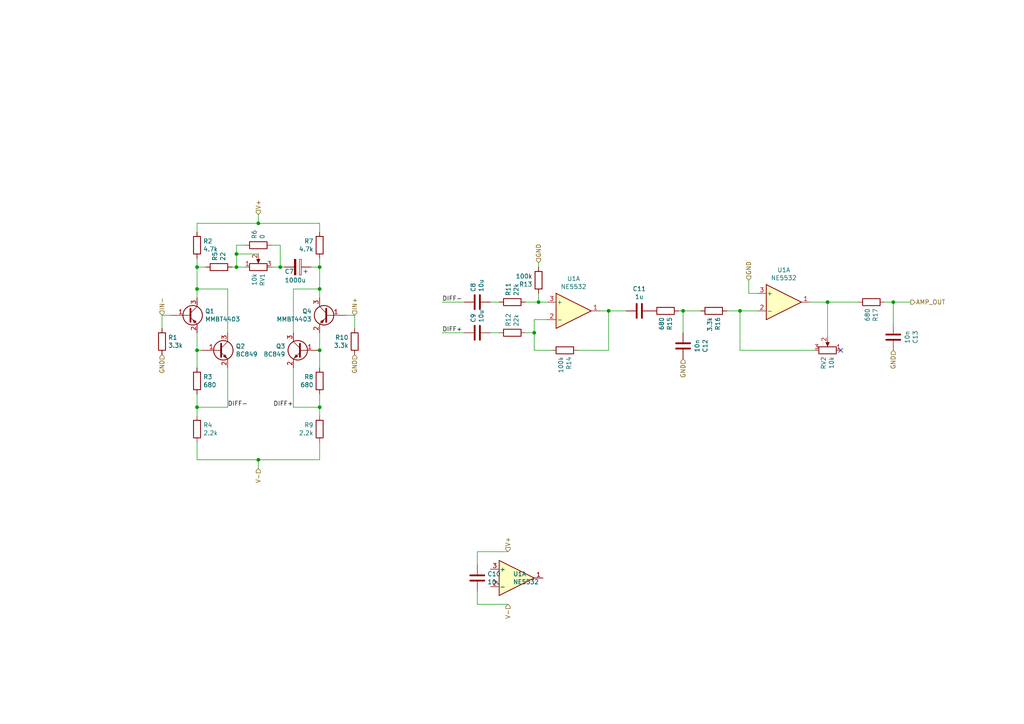
<source format=kicad_sch>
(kicad_sch (version 20211123) (generator eeschema)
  (paper "A4")
  (lib_symbols
    (symbol "Amplifier_Operational:NE5532" (pin_names (offset 0.127))
      (property "Reference" "U" (at 0 5.08 0))
      (property "Value" "NE5532" (at 0 -5.08 0))
      (symbol "NE5532_1_1"
        (polyline (pts (xy -5.08 5.08) (xy 5.08 0) (xy -5.08 -5.08) (xy -5.08 5.08)) (stroke (width 0.254)) (fill (type background)))
        (pin output line (at 7.62 0 180) (length 2.54) (name "~") (number "1"))
        (pin input line (at -7.62 -2.54 0) (length 2.54) (name "-") (number "2"))
        (pin input line (at -7.62 2.54 0) (length 2.54) (name "+") (number "3"))
      )
      (symbol "NE5532_2_1"
        (polyline (pts (xy -5.08 5.08) (xy 5.08 0) (xy -5.08 -5.08) (xy -5.08 5.08)) (stroke (width 0.254)) (fill (type background)))
        (pin input line (at -7.62 2.54 0) (length 2.54) (name "+") (number "5"))
        (pin input line (at -7.62 -2.54 0) (length 2.54) (name "-") (number "6"))
        (pin output line (at 7.62 0 180) (length 2.54) (name "~") (number "7"))
      )
      (symbol "NE5532_3_1"
        (pin power_in line (at -2.54 -7.62 90) (length 3.81) (name "V-") (number "4"))
        (pin power_in line (at -2.54 7.62 270) (length 3.81) (name "V+") (number "8"))
      )
    )
    (symbol "Device:C" (pin_numbers hide) (pin_names (offset 0.254))
      (property "Reference" "C" (at 0.635 2.54 0))
      (property "Value" "C" (at 0.635 -2.54 0))
      (symbol "C_0_1"
        (polyline (pts (xy -2.032 -0.762) (xy 2.032 -0.762)) (stroke (width 0.508)))
        (polyline (pts (xy -2.032 0.762) (xy 2.032 0.762)) (stroke (width 0.508)))
      )
      (symbol "C_1_1"
        (pin passive line (at 0 3.81 270) (length 2.794) (name "~") (number "1"))
        (pin passive line (at 0 -3.81 90) (length 2.794) (name "~") (number "2"))
      )
    )
    (symbol "Device:CP" (pin_numbers hide) (pin_names (offset 0.254))
      (property "Reference" "C" (at 0.635 2.54 0))
      (property "Value" "Device_CP" (at 0.635 -2.54 0))
      (symbol "CP_0_1"
        (rectangle (start -2.286 0.508) (end 2.286 1.016))
        (polyline (pts (xy -1.778 2.286) (xy -0.762 2.286)))
        (polyline (pts (xy -1.27 2.794) (xy -1.27 1.778)))
        (rectangle (start 2.286 -0.508) (end -2.286 -1.016) (fill (type outline)))
      )
      (symbol "CP_1_1"
        (pin passive line (at 0 3.81 270) (length 2.794) (name "~") (number "1"))
        (pin passive line (at 0 -3.81 90) (length 2.794) (name "~") (number "2"))
      )
    )
    (symbol "Device:Q_PNP_BEC" (pin_names (offset 0) hide)
      (property "Reference" "Q" (at 5.08 1.27 0))
      (property "Value" "Q_PNP_BEC" (at 5.08 -1.27 0))
      (symbol "Q_PNP_BEC_0_1"
        (polyline (pts (xy 0.635 0.635) (xy 2.54 2.54)))
        (polyline (pts (xy 0.635 -0.635) (xy 2.54 -2.54) (xy 2.54 -2.54)))
        (polyline (pts (xy 0.635 1.905) (xy 0.635 -1.905) (xy 0.635 -1.905)) (stroke (width 0.508)))
        (polyline (pts (xy 2.286 -1.778) (xy 1.778 -2.286) (xy 1.27 -1.27) (xy 2.286 -1.778) (xy 2.286 -1.778)) (fill (type outline)))
        (circle (center 1.27 0) (radius 2.8194) (stroke (width 0.254)))
      )
      (symbol "Q_PNP_BEC_1_1"
        (pin input line (at -5.08 0 0) (length 5.715) (name "B") (number "1"))
        (pin passive line (at 2.54 -5.08 90) (length 2.54) (name "E") (number "2"))
        (pin passive line (at 2.54 5.08 270) (length 2.54) (name "C") (number "3"))
      )
    )
    (symbol "Device:R" (pin_numbers hide) (pin_names (offset 0))
      (property "Reference" "R" (at 2.032 0 90))
      (property "Value" "R" (at 0 0 90))
      (symbol "R_0_1"
        (rectangle (start -1.016 -2.54) (end 1.016 2.54) (stroke (width 0.254)))
      )
      (symbol "R_1_1"
        (pin passive line (at 0 3.81 270) (length 1.27) (name "~") (number "1"))
        (pin passive line (at 0 -3.81 90) (length 1.27) (name "~") (number "2"))
      )
    )
    (symbol "Device:R_POT" (pin_names (offset 1.016) hide)
      (property "Reference" "RV" (at -4.445 0 90))
      (property "Value" "Device_R_POT" (at -2.54 0 90))
      (symbol "R_POT_0_1"
        (polyline (pts (xy 2.54 0) (xy 1.524 0)))
        (polyline (pts (xy 1.143 0) (xy 2.286 0.508) (xy 2.286 -0.508) (xy 1.143 0)) (fill (type outline)))
        (rectangle (start 1.016 2.54) (end -1.016 -2.54) (stroke (width 0.254)))
      )
      (symbol "R_POT_1_1"
        (pin passive line (at 0 3.81 270) (length 1.27) (name "1") (number "1"))
        (pin passive line (at 3.81 0 180) (length 1.27) (name "2") (number "2"))
        (pin passive line (at 0 -3.81 90) (length 1.27) (name "3") (number "3"))
      )
    )
    (symbol "Transistor_BJT:BC849" (pin_names (offset 0) hide)
      (property "Reference" "Q" (at 5.08 1.905 0))
      (property "Value" "BC849" (at 5.08 0 0))
      (symbol "BC849_0_1"
        (polyline (pts (xy 0.635 0.635) (xy 2.54 2.54)))
        (polyline (pts (xy 0.635 -0.635) (xy 2.54 -2.54) (xy 2.54 -2.54)))
        (polyline (pts (xy 0.635 1.905) (xy 0.635 -1.905) (xy 0.635 -1.905)) (stroke (width 0.508)))
        (polyline (pts (xy 1.27 -1.778) (xy 1.778 -1.27) (xy 2.286 -2.286) (xy 1.27 -1.778) (xy 1.27 -1.778)) (fill (type outline)))
        (circle (center 1.27 0) (radius 2.8194) (stroke (width 0.254)))
      )
      (symbol "BC849_1_1"
        (pin input line (at -5.08 0 0) (length 5.715) (name "B") (number "1"))
        (pin passive line (at 2.54 -5.08 90) (length 2.54) (name "E") (number "2"))
        (pin passive line (at 2.54 5.08 270) (length 2.54) (name "C") (number "3"))
      )
    )
  )
  (junction (at 81.28 77.47))
  (junction (at 92.71 101.6))
  (junction (at 154.94 96.52))
  (junction (at 92.71 83.82))
  (junction (at 74.93 64.77))
  (junction (at 198.12 90.17))
  (junction (at 92.71 118.11))
  (junction (at 57.15 101.6))
  (junction (at 156.21 87.63))
  (junction (at 68.58 77.47))
  (junction (at 259.08 87.63))
  (junction (at 68.58 73.66))
  (junction (at 74.93 133.35))
  (junction (at 176.53 90.17))
  (junction (at 240.03 87.63))
  (junction (at 57.15 118.11))
  (junction (at 57.15 83.82))
  (junction (at 214.63 90.17))
  (junction (at 92.71 77.47))
  (junction (at 57.15 77.47))
  (no_connect (at 243.84 101.6))
  (wire (pts (xy 196.85 90.17) (xy 198.12 90.17)))
  (wire (pts (xy 85.09 83.82) (xy 92.71 83.82)))
  (wire (pts (xy 85.09 96.52) (xy 85.09 83.82)))
  (wire (pts (xy 74.93 133.35) (xy 92.71 133.35)))
  (wire (pts (xy 67.31 77.47) (xy 68.58 77.47)))
  (wire (pts (xy 154.94 101.6) (xy 160.02 101.6)))
  (wire (pts (xy 156.21 85.09) (xy 156.21 87.63)))
  (wire (pts (xy 78.74 77.47) (xy 81.28 77.47)))
  (wire (pts (xy 68.58 71.12) (xy 71.12 71.12)))
  (wire (pts (xy 138.43 175.26) (xy 147.32 175.26)))
  (wire (pts (xy 173.99 90.17) (xy 176.53 90.17)))
  (wire (pts (xy 102.87 91.44) (xy 100.33 91.44)))
  (wire (pts (xy 57.15 77.47) (xy 57.15 74.93)))
  (wire (pts (xy 152.4 96.52) (xy 154.94 96.52)))
  (wire (pts (xy 74.93 62.23) (xy 74.93 64.77)))
  (wire (pts (xy 57.15 133.35) (xy 74.93 133.35)))
  (wire (pts (xy 138.43 160.02) (xy 147.32 160.02)))
  (wire (pts (xy 57.15 118.11) (xy 57.15 120.65)))
  (wire (pts (xy 92.71 77.47) (xy 92.71 74.93)))
  (wire (pts (xy 57.15 101.6) (xy 58.42 101.6)))
  (wire (pts (xy 142.24 87.63) (xy 144.78 87.63)))
  (wire (pts (xy 78.74 71.12) (xy 81.28 71.12)))
  (wire (pts (xy 66.04 118.11) (xy 57.15 118.11)))
  (wire (pts (xy 92.71 101.6) (xy 92.71 106.68)))
  (wire (pts (xy 198.12 90.17) (xy 198.12 96.52)))
  (wire (pts (xy 167.64 101.6) (xy 176.53 101.6)))
  (wire (pts (xy 85.09 106.68) (xy 85.09 118.11)))
  (wire (pts (xy 90.17 77.47) (xy 92.71 77.47)))
  (wire (pts (xy 214.63 101.6) (xy 214.63 90.17)))
  (wire (pts (xy 68.58 77.47) (xy 71.12 77.47)))
  (wire (pts (xy 57.15 83.82) (xy 57.15 86.36)))
  (wire (pts (xy 154.94 96.52) (xy 154.94 92.71)))
  (wire (pts (xy 259.08 87.63) (xy 259.08 93.98)))
  (wire (pts (xy 66.04 106.68) (xy 66.04 118.11)))
  (wire (pts (xy 176.53 90.17) (xy 181.61 90.17)))
  (wire (pts (xy 248.92 87.63) (xy 240.03 87.63)))
  (wire (pts (xy 57.15 128.27) (xy 57.15 133.35)))
  (wire (pts (xy 92.71 83.82) (xy 92.71 77.47)))
  (wire (pts (xy 219.71 85.09) (xy 217.17 85.09)))
  (wire (pts (xy 259.08 87.63) (xy 264.16 87.63)))
  (wire (pts (xy 66.04 83.82) (xy 57.15 83.82)))
  (wire (pts (xy 92.71 118.11) (xy 92.71 120.65)))
  (wire (pts (xy 240.03 97.79) (xy 240.03 87.63)))
  (wire (pts (xy 46.99 91.44) (xy 49.53 91.44)))
  (wire (pts (xy 57.15 96.52) (xy 57.15 101.6)))
  (wire (pts (xy 74.93 135.89) (xy 74.93 133.35)))
  (wire (pts (xy 234.95 87.63) (xy 240.03 87.63)))
  (wire (pts (xy 138.43 171.45) (xy 138.43 175.26)))
  (wire (pts (xy 92.71 114.3) (xy 92.71 118.11)))
  (wire (pts (xy 74.93 64.77) (xy 92.71 64.77)))
  (wire (pts (xy 217.17 85.09) (xy 217.17 81.28)))
  (wire (pts (xy 154.94 96.52) (xy 154.94 101.6)))
  (wire (pts (xy 154.94 92.71) (xy 158.75 92.71)))
  (wire (pts (xy 138.43 160.02) (xy 138.43 163.83)))
  (wire (pts (xy 176.53 101.6) (xy 176.53 90.17)))
  (wire (pts (xy 198.12 90.17) (xy 203.2 90.17)))
  (wire (pts (xy 46.99 95.25) (xy 46.99 91.44)))
  (wire (pts (xy 68.58 73.66) (xy 74.93 73.66)))
  (wire (pts (xy 57.15 83.82) (xy 57.15 77.47)))
  (wire (pts (xy 156.21 77.47) (xy 156.21 76.2)))
  (wire (pts (xy 81.28 77.47) (xy 82.55 77.47)))
  (wire (pts (xy 57.15 67.31) (xy 57.15 64.77)))
  (wire (pts (xy 128.27 87.63) (xy 134.62 87.63)))
  (wire (pts (xy 92.71 64.77) (xy 92.71 67.31)))
  (wire (pts (xy 142.24 96.52) (xy 144.78 96.52)))
  (wire (pts (xy 210.82 90.17) (xy 214.63 90.17)))
  (wire (pts (xy 152.4 87.63) (xy 156.21 87.63)))
  (wire (pts (xy 85.09 118.11) (xy 92.71 118.11)))
  (wire (pts (xy 68.58 73.66) (xy 68.58 71.12)))
  (wire (pts (xy 102.87 95.25) (xy 102.87 91.44)))
  (wire (pts (xy 92.71 83.82) (xy 92.71 86.36)))
  (wire (pts (xy 156.21 87.63) (xy 158.75 87.63)))
  (wire (pts (xy 68.58 77.47) (xy 68.58 73.66)))
  (wire (pts (xy 57.15 64.77) (xy 74.93 64.77)))
  (wire (pts (xy 92.71 96.52) (xy 92.71 101.6)))
  (wire (pts (xy 57.15 101.6) (xy 57.15 106.68)))
  (wire (pts (xy 256.54 87.63) (xy 259.08 87.63)))
  (wire (pts (xy 214.63 90.17) (xy 219.71 90.17)))
  (wire (pts (xy 66.04 96.52) (xy 66.04 83.82)))
  (wire (pts (xy 59.69 77.47) (xy 57.15 77.47)))
  (wire (pts (xy 128.27 96.52) (xy 134.62 96.52)))
  (wire (pts (xy 236.22 101.6) (xy 214.63 101.6)))
  (wire (pts (xy 92.71 133.35) (xy 92.71 128.27)))
  (wire (pts (xy 81.28 71.12) (xy 81.28 77.47)))
  (wire (pts (xy 57.15 114.3) (xy 57.15 118.11)))
  (label "DIFF-" (at 66.04 118.11 0))
  (label "DIFF-" (at 128.27 87.63 0))
  (label "DIFF+" (at 85.09 118.11 180))
  (label "DIFF+" (at 128.27 96.52 0))
  (hierarchical_label "GND" (shape input) (at 46.99 102.87 270))
  (hierarchical_label "V+" (shape input) (at 74.93 62.23 90))
  (hierarchical_label "GND" (shape input) (at 102.87 102.87 270))
  (hierarchical_label "GND" (shape input) (at 198.12 104.14 270))
  (hierarchical_label "GND" (shape input) (at 259.08 101.6 270))
  (hierarchical_label "IN+" (shape input) (at 102.87 91.44 90))
  (hierarchical_label "IN-" (shape input) (at 46.99 91.44 90))
  (hierarchical_label "GND" (shape input) (at 217.17 81.28 90))
  (hierarchical_label "V+" (shape input) (at 147.32 160.02 90))
  (hierarchical_label "GND" (shape input) (at 156.21 76.2 90))
  (hierarchical_label "V-" (shape input) (at 74.93 135.89 270))
  (hierarchical_label "V-" (shape input) (at 147.32 175.26 270))
  (hierarchical_label "AMP_OUT" (shape output) (at 264.16 87.63 0))
  (symbol (lib_id "Device:R") (at 74.93 71.12 90)
    (property "Reference" "R6" (at 73.7616 69.342 0) (effects (justify left)))
    (property "Value" "0" (at 76.073 69.342 0) (effects (justify left)))
    (property "Footprint" "Resistor_SMD:R_0603_1608Metric_Pad0.98x0.95mm_HandSolder" (effects hide))
  )
  (symbol (lib_id "Device:Q_PNP_BEC") (at 54.61 91.44 0)
    (property "Reference" "Q1" (at 59.4614 90.2716 0) (effects (justify left)))
    (property "Value" "MMBT4403" (at 59.4614 92.583 0) (effects (justify left)))
    (property "Footprint" "Package_TO_SOT_SMD:SOT-23" (effects hide))
  )
  (symbol (lib_id "Transistor_BJT:BC849") (at 63.5 101.6 0)
    (property "Reference" "Q2" (at 68.3514 100.4316 0) (effects (justify left)))
    (property "Value" "BC849" (at 68.3514 102.743 0) (effects (justify left)))
    (property "Footprint" "Package_TO_SOT_SMD:SOT-23" (effects hide))
    (property "Datasheet" "http://www.infineon.com/dgdl/Infineon-BC847SERIES_BC848SERIES_BC849SERIES_BC850SERIES-DS-v01_01-en.pdf?fileId=db3a304314dca389011541d4630a1657" (effects hide))
  )
  (symbol (lib_id "Device:R") (at 57.15 124.46 0)
    (property "Reference" "R4" (at 58.928 123.2916 0) (effects (justify left)))
    (property "Value" "2.2k" (at 58.928 125.603 0) (effects (justify left)))
    (property "Footprint" "Resistor_SMD:R_0603_1608Metric_Pad0.98x0.95mm_HandSolder" (effects hide))
  )
  (symbol (lib_id "Device:R") (at 57.15 110.49 0)
    (property "Reference" "R3" (at 58.928 109.3216 0) (effects (justify left)))
    (property "Value" "680" (at 58.928 111.633 0) (effects (justify left)))
    (property "Footprint" "Resistor_SMD:R_0603_1608Metric_Pad0.98x0.95mm_HandSolder" (effects hide))
  )
  (symbol (lib_id "Device:R") (at 46.99 99.06 0)
    (property "Reference" "R1" (at 48.768 97.8916 0) (effects (justify left)))
    (property "Value" "3.3k" (at 48.768 100.203 0) (effects (justify left)))
    (property "Footprint" "Resistor_SMD:R_0603_1608Metric_Pad0.98x0.95mm_HandSolder" (effects hide))
  )
  (symbol (lib_id "Device:Q_PNP_BEC") (at 95.25 91.44 0) (mirror y)
    (property "Reference" "Q4" (at 90.3986 90.2716 0) (effects (justify left)))
    (property "Value" "MMBT4403" (at 90.3986 92.583 0) (effects (justify left)))
    (property "Footprint" "Package_TO_SOT_SMD:SOT-23" (effects hide))
  )
  (symbol (lib_id "Transistor_BJT:BC849") (at 87.63 101.6 0) (mirror y)
    (property "Reference" "Q3" (at 82.7786 100.4316 0) (effects (justify left)))
    (property "Value" "BC849" (at 82.7786 102.743 0) (effects (justify left)))
    (property "Footprint" "Package_TO_SOT_SMD:SOT-23" (effects hide))
    (property "Datasheet" "http://www.infineon.com/dgdl/Infineon-BC847SERIES_BC848SERIES_BC849SERIES_BC850SERIES-DS-v01_01-en.pdf?fileId=db3a304314dca389011541d4630a1657" (effects hide))
  )
  (symbol (lib_id "Device:R") (at 92.71 124.46 0) (mirror y)
    (property "Reference" "R9" (at 90.932 123.2916 0) (effects (justify left)))
    (property "Value" "2.2k" (at 90.932 125.603 0) (effects (justify left)))
    (property "Footprint" "Resistor_SMD:R_0603_1608Metric_Pad0.98x0.95mm_HandSolder" (effects hide))
  )
  (symbol (lib_id "Device:R") (at 92.71 110.49 0) (mirror y)
    (property "Reference" "R8" (at 90.932 109.3216 0) (effects (justify left)))
    (property "Value" "680" (at 90.932 111.633 0) (effects (justify left)))
    (property "Footprint" "Resistor_SMD:R_0603_1608Metric_Pad0.98x0.95mm_HandSolder" (effects hide))
  )
  (symbol (lib_id "Device:R") (at 102.87 99.06 0) (mirror y)
    (property "Reference" "R10" (at 101.092 97.8916 0) (effects (justify left)))
    (property "Value" "3.3k" (at 101.092 100.203 0) (effects (justify left)))
    (property "Footprint" "Resistor_SMD:R_0603_1608Metric_Pad0.98x0.95mm_HandSolder" (effects hide))
  )
  (symbol (lib_id "Device:R") (at 92.71 71.12 0) (mirror y)
    (property "Reference" "R7" (at 90.932 69.9516 0) (effects (justify left)))
    (property "Value" "4.7k" (at 90.932 72.263 0) (effects (justify left)))
    (property "Footprint" "Resistor_SMD:R_0603_1608Metric_Pad0.98x0.95mm_HandSolder" (effects hide))
  )
  (symbol (lib_id "Device:CP") (at 86.36 77.47 270) (mirror x)
    (property "Reference" "C7" (at 82.55 78.74 90) (effects (justify left)))
    (property "Value" "1000u" (at 82.55 81.28 90) (effects (justify left)))
    (property "Footprint" "Capacitor_SMD:CP_Elec_8x10.5" (effects hide))
  )
  (symbol (lib_id "Device:R") (at 57.15 71.12 0)
    (property "Reference" "R2" (at 58.928 69.9516 0) (effects (justify left)))
    (property "Value" "4.7k" (at 58.928 72.263 0) (effects (justify left)))
    (property "Footprint" "Resistor_SMD:R_0603_1608Metric_Pad0.98x0.95mm_HandSolder" (effects hide))
  )
  (symbol (lib_id "Device:R") (at 63.5 77.47 90)
    (property "Reference" "R5" (at 62.3316 75.692 0) (effects (justify left)))
    (property "Value" "22" (at 64.643 75.692 0) (effects (justify left)))
    (property "Footprint" "Resistor_SMD:R_0603_1608Metric_Pad0.98x0.95mm_HandSolder" (effects hide))
  )
  (symbol (lib_id "Device:R_POT") (at 74.93 77.47 90)
    (property "Reference" "RV1" (at 76.0984 79.248 0) (effects (justify right)))
    (property "Value" "10k" (at 73.787 79.248 0) (effects (justify right)))
    (property "Footprint" "Potentiometer_THT:Potentiometer_Piher_PT-6-V_Vertical" (effects hide))
  )
  (symbol (lib_id "Amplifier_Operational:NE5532") (at 149.86 167.64 0)
    (property "Reference" "U1" (at 148.7932 166.4716 0) (effects (justify left)))
    (property "Value" "NE5532" (at 148.7932 168.783 0) (effects (justify left)))
    (property "Footprint" "Package_SO:SOIC-8_3.9x4.9mm_P1.27mm" (effects hide))
    (property "Datasheet" "http://www.ti.com/lit/ds/symlink/ne5532.pdf" (effects hide))
  )
  (symbol (lib_id "Device:R") (at 148.59 87.63 90)
    (property "Reference" "R11" (at 147.4216 85.852 0) (effects (justify left)))
    (property "Value" "22k" (at 149.733 85.852 0) (effects (justify left)))
    (property "Footprint" "Resistor_SMD:R_0603_1608Metric_Pad0.98x0.95mm_HandSolder" (effects hide))
  )
  (symbol (lib_id "Device:R") (at 148.59 96.52 90)
    (property "Reference" "R12" (at 147.4216 94.742 0) (effects (justify left)))
    (property "Value" "22k" (at 149.733 94.742 0) (effects (justify left)))
    (property "Footprint" "Resistor_SMD:R_0603_1608Metric_Pad0.98x0.95mm_HandSolder" (effects hide))
  )
  (symbol (lib_id "Device:R") (at 156.21 81.28 180)
    (property "Reference" "R13" (at 154.432 82.4484 0) (effects (justify left)))
    (property "Value" "100k" (at 154.432 80.137 0) (effects (justify left)))
    (property "Footprint" "Resistor_SMD:R_0603_1608Metric_Pad0.98x0.95mm_HandSolder" (effects hide))
  )
  (symbol (lib_id "Device:R") (at 163.83 101.6 270)
    (property "Reference" "R14" (at 164.9984 103.378 0) (effects (justify left)))
    (property "Value" "100k" (at 162.687 103.378 0) (effects (justify left)))
    (property "Footprint" "Resistor_SMD:R_0603_1608Metric_Pad0.98x0.95mm_HandSolder" (effects hide))
  )
  (symbol (lib_id "Amplifier_Operational:NE5532") (at 166.37 90.17 0)
    (property "Reference" "U1" (at 166.37 80.8482 0))
    (property "Value" "NE5532" (at 166.37 83.1596 0))
    (property "Footprint" "Package_SO:SOIC-8_3.9x4.9mm_P1.27mm" (effects hide))
    (property "Datasheet" "http://www.ti.com/lit/ds/symlink/ne5532.pdf" (effects hide))
  )
  (symbol (lib_id "Amplifier_Operational:NE5532") (at 227.33 87.63 0)
    (property "Reference" "U1" (at 227.33 78.3082 0))
    (property "Value" "NE5532" (at 227.33 80.6196 0))
    (property "Footprint" "Package_SO:SOIC-8_3.9x4.9mm_P1.27mm" (effects hide))
    (property "Datasheet" "http://www.ti.com/lit/ds/symlink/ne5532.pdf" (effects hide))
  )
  (symbol (lib_id "Device:R_POT") (at 240.03 101.6 270) (mirror x)
    (property "Reference" "RV2" (at 238.8616 103.378 0) (effects (justify right)))
    (property "Value" "10k" (at 241.173 103.378 0) (effects (justify right)))
    (property "Footprint" "Connector_Harwin:Harwin_M20-89003xx_1x03_P2.54mm_Horizontal" (effects hide))
  )
  (symbol (lib_id "Device:C") (at 138.43 167.64 0)
    (property "Reference" "C10" (at 141.351 166.4716 0) (effects (justify left)))
    (property "Value" "10u" (at 141.351 168.783 0) (effects (justify left)))
    (property "Footprint" "Capacitor_SMD:C_0603_1608Metric_Pad1.08x0.95mm_HandSolder" (effects hide))
  )
  (symbol (lib_id "Device:R") (at 207.01 90.17 270)
    (property "Reference" "R16" (at 208.1784 91.948 0) (effects (justify left)))
    (property "Value" "3.3k" (at 205.867 91.948 0) (effects (justify left)))
    (property "Footprint" "Resistor_SMD:R_0603_1608Metric_Pad0.98x0.95mm_HandSolder" (effects hide))
  )
  (symbol (lib_id "Device:C") (at 185.42 90.17 90)
    (property "Reference" "C11" (at 185.42 83.7692 90))
    (property "Value" "1u" (at 185.42 86.0806 90))
    (property "Footprint" "Capacitor_SMD:C_0603_1608Metric_Pad1.08x0.95mm_HandSolder" (effects hide))
  )
  (symbol (lib_id "Device:C") (at 198.12 100.33 0)
    (property "Reference" "C12" (at 204.5208 100.33 90))
    (property "Value" "10n" (at 202.2094 100.33 90))
    (property "Footprint" "Capacitor_SMD:C_0603_1608Metric_Pad1.08x0.95mm_HandSolder" (effects hide))
  )
  (symbol (lib_id "Device:C") (at 138.43 87.63 90)
    (property "Reference" "C8" (at 137.2616 84.709 0) (effects (justify left)))
    (property "Value" "10u" (at 139.573 84.709 0) (effects (justify left)))
    (property "Footprint" "Capacitor_SMD:C_0603_1608Metric_Pad1.08x0.95mm_HandSolder" (effects hide))
  )
  (symbol (lib_id "Device:C") (at 138.43 96.52 90)
    (property "Reference" "C9" (at 137.2616 93.599 0) (effects (justify left)))
    (property "Value" "10u" (at 139.573 93.599 0) (effects (justify left)))
    (property "Footprint" "Capacitor_SMD:C_0603_1608Metric_Pad1.08x0.95mm_HandSolder" (effects hide))
  )
  (symbol (lib_id "Device:C") (at 259.08 97.79 0)
    (property "Reference" "C13" (at 265.4808 97.79 90))
    (property "Value" "10n" (at 263.1694 97.79 90))
    (property "Footprint" "Capacitor_SMD:C_0603_1608Metric_Pad1.08x0.95mm_HandSolder" (effects hide))
  )
  (symbol (lib_id "Device:R") (at 193.04 90.17 270)
    (property "Reference" "R15" (at 194.2084 91.948 0) (effects (justify left)))
    (property "Value" "680" (at 191.897 91.948 0) (effects (justify left)))
    (property "Footprint" "Resistor_SMD:R_0603_1608Metric_Pad0.98x0.95mm_HandSolder" (effects hide))
  )
  (symbol (lib_id "Device:R") (at 252.73 87.63 270)
    (property "Reference" "R17" (at 253.8984 89.408 0) (effects (justify left)))
    (property "Value" "680" (at 251.587 89.408 0) (effects (justify left)))
    (property "Footprint" "Resistor_SMD:R_0603_1608Metric_Pad0.98x0.95mm_HandSolder" (effects hide))
  )
)
</source>
